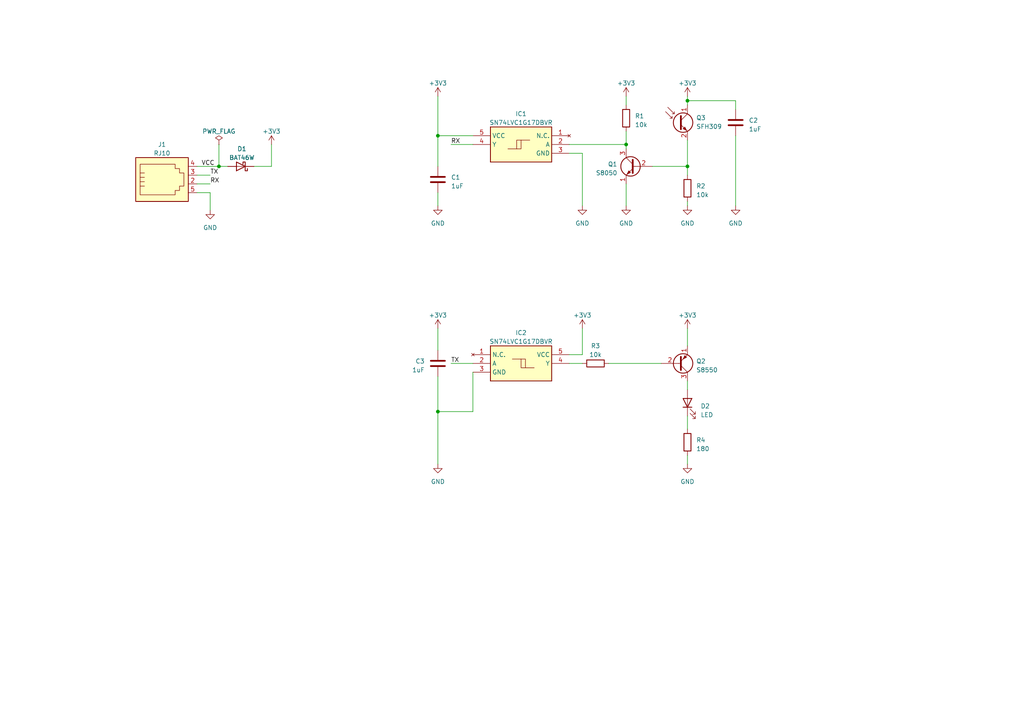
<source format=kicad_sch>
(kicad_sch (version 20230121) (generator eeschema)
  (paper "A4")
  (title_block (company "chof.org"))
  (lib_symbols
    (symbol "Chof747 Connectors:RJ12" (pin_names (offset 1.016))
      (property "Reference" "J" (at -5.08 8.89 0))
      (property "Value" "RJ12" (at 2.54 8.89 0))
      (symbol "RJ12_0_1"
        (polyline (pts (xy -6.35 -0.635) (xy -5.08 -0.635) (xy -5.08 -0.635)))
        (polyline (pts (xy -6.35 0.635) (xy -5.08 0.635) (xy -5.08 0.635)))
        (polyline (pts (xy -6.35 1.905) (xy -5.08 1.905) (xy -5.08 1.905)))
        (polyline (pts (xy -6.35 3.175) (xy -5.08 3.175) (xy -5.08 3.175)))
        (polyline (pts (xy -6.35 -3.175) (xy -6.35 5.715) (xy -1.27 5.715) (xy 3.81 5.715) (xy 3.81 4.445) (xy 5.08 4.445) (xy 5.08 3.175) (xy 6.35 3.175) (xy 6.35 -0.635) (xy 5.08 -0.635) (xy 5.08 -1.905) (xy 3.81 -1.905) (xy 3.81 -3.175) (xy -6.35 -3.175) (xy -6.35 -3.175)))
        (rectangle (start 7.62 7.62) (end -7.62 -5.08) (stroke (width 0.254)) (fill (type background)))
      )
      (symbol "RJ12_1_1"
        (pin passive line (at 10.16 0 180) (length 2.54) (name "~") (number "2"))
        (pin passive line (at 10.16 2.54 180) (length 2.54) (name "~") (number "3"))
        (pin passive line (at 10.16 5.08 180) (length 2.54) (name "~") (number "4"))
        (pin passive line (at 10.16 -2.54 180) (length 2.54) (name "~") (number "5"))
      )
    )
    (symbol "Chof747 ICs:SN74LVC1G17DBVR"
      (property "Reference" "IC" (at 5.08 7.62 0))
      (property "Value" "SN74LVC1G17DBVR" (at 5.08 5.08 0))
      (symbol "SN74LVC1G17DBVR_1_1"
        (polyline (pts (xy 13.97 -1.27) (xy 15.24 -1.27) (xy 15.24 -3.81)))
        (polyline (pts (xy 11.43 -1.27) (xy 13.97 -1.27) (xy 13.97 -3.81) (xy 17.78 -3.81)))
        (rectangle (start 5.08 2.54) (end 22.86 -7.62) (stroke (width 0.254)) (fill (type background)))
        (pin no_connect line (at 0 0 0) (length 5.08) (name "N.C.") (number "1"))
        (pin passive line (at 0 -2.54 0) (length 5.08) (name "A") (number "2"))
        (pin passive line (at 0 -5.08 0) (length 5.08) (name "GND") (number "3"))
        (pin passive line (at 27.94 -2.54 180) (length 5.08) (name "Y") (number "4"))
        (pin passive line (at 27.94 0 180) (length 5.08) (name "VCC") (number "5"))
      )
    )
    (symbol "Device:C" (pin_numbers hide) (pin_names (offset 0.254))
      (property "Reference" "C" (at 0.635 2.54 0))
      (property "Value" "C" (at 0.635 -2.54 0))
      (symbol "C_0_1"
        (polyline (pts (xy -2.032 -0.762) (xy 2.032 -0.762)) (stroke (width 0.508)))
        (polyline (pts (xy -2.032 0.762) (xy 2.032 0.762)) (stroke (width 0.508)))
      )
      (symbol "C_1_1"
        (pin passive line (at 0 3.81 270) (length 2.794) (name "~") (number "1"))
        (pin passive line (at 0 -3.81 90) (length 2.794) (name "~") (number "2"))
      )
    )
    (symbol "Device:D_Schottky" (pin_numbers hide) (pin_names (offset 1.016) hide)
      (property "Reference" "D" (at 0 2.54 0))
      (property "Value" "D_Schottky" (at 0 -2.54 0))
      (symbol "D_Schottky_0_1"
        (polyline (pts (xy 1.27 0) (xy -1.27 0)))
        (polyline (pts (xy 1.27 1.27) (xy 1.27 -1.27) (xy -1.27 0) (xy 1.27 1.27)) (stroke (width 0.254)))
        (polyline (pts (xy -1.905 0.635) (xy -1.905 1.27) (xy -1.27 1.27) (xy -1.27 -1.27) (xy -0.635 -1.27) (xy -0.635 -0.635)) (stroke (width 0.254)))
      )
      (symbol "D_Schottky_1_1"
        (pin passive line (at -3.81 0 0) (length 2.54) (name "K") (number "1"))
        (pin passive line (at 3.81 0 180) (length 2.54) (name "A") (number "2"))
      )
    )
    (symbol "Device:LED" (pin_numbers hide) (pin_names (offset 1.016) hide)
      (property "Reference" "D" (at 0 2.54 0))
      (property "Value" "LED" (at 0 -2.54 0))
      (symbol "LED_0_1"
        (polyline (pts (xy -1.27 -1.27) (xy -1.27 1.27)) (stroke (width 0.254)))
        (polyline (pts (xy -1.27 0) (xy 1.27 0)))
        (polyline (pts (xy 1.27 -1.27) (xy 1.27 1.27) (xy -1.27 0) (xy 1.27 -1.27)) (stroke (width 0.254)))
        (polyline (pts (xy -3.048 -0.762) (xy -4.572 -2.286) (xy -3.81 -2.286) (xy -4.572 -2.286) (xy -4.572 -1.524)))
        (polyline (pts (xy -1.778 -0.762) (xy -3.302 -2.286) (xy -2.54 -2.286) (xy -3.302 -2.286) (xy -3.302 -1.524)))
      )
      (symbol "LED_1_1"
        (pin passive line (at -3.81 0 0) (length 2.54) (name "K") (number "1"))
        (pin passive line (at 3.81 0 180) (length 2.54) (name "A") (number "2"))
      )
    )
    (symbol "Device:R" (pin_numbers hide) (pin_names (offset 0))
      (property "Reference" "R" (at 2.032 0 90))
      (property "Value" "R" (at 0 0 90))
      (symbol "R_0_1"
        (rectangle (start -1.016 -2.54) (end 1.016 2.54) (stroke (width 0.254)))
      )
      (symbol "R_1_1"
        (pin passive line (at 0 3.81 270) (length 1.27) (name "~") (number "1"))
        (pin passive line (at 0 -3.81 90) (length 1.27) (name "~") (number "2"))
      )
    )
    (symbol "Sensor_Optical:SFH309" (pin_names (offset 0) hide)
      (property "Reference" "Q" (at 5.08 1.27 0))
      (property "Value" "SFH309" (at 5.08 -1.27 0))
      (symbol "SFH309_0_1"
        (polyline (pts (xy -1.905 1.27) (xy -2.54 1.27)))
        (polyline (pts (xy -1.27 2.54) (xy -1.905 2.54)))
        (polyline (pts (xy 0.635 0.635) (xy 2.54 2.54)))
        (polyline (pts (xy -3.81 3.175) (xy -1.905 1.27) (xy -1.905 1.905)))
        (polyline (pts (xy -3.175 4.445) (xy -1.27 2.54) (xy -1.27 3.175)))
        (polyline (pts (xy 0.635 -0.635) (xy 2.54 -2.54) (xy 2.54 -2.54)))
        (polyline (pts (xy 0.635 1.905) (xy 0.635 -1.905) (xy 0.635 -1.905)) (stroke (width 0.508)))
        (polyline (pts (xy 1.27 -1.778) (xy 1.778 -1.27) (xy 2.286 -2.286) (xy 1.27 -1.778) (xy 1.27 -1.778)) (fill (type outline)))
        (circle (center 1.27 0) (radius 2.8194) (stroke (width 0.254)))
      )
      (symbol "SFH309_1_1"
        (pin passive line (at 2.54 5.08 270) (length 2.54) (name "C") (number "1"))
        (pin passive line (at 2.54 -5.08 90) (length 2.54) (name "E") (number "2"))
      )
    )
    (symbol "Transistor_BJT:S8050" (pin_names (offset 0) hide)
      (property "Reference" "Q" (at 5.08 1.905 0))
      (property "Value" "S8050" (at 5.08 0 0))
      (symbol "S8050_0_1"
        (polyline (pts (xy 0 0) (xy 0.635 0)))
        (polyline (pts (xy 0.635 0.635) (xy 2.54 2.54)))
        (polyline (pts (xy 0.635 -0.635) (xy 2.54 -2.54) (xy 2.54 -2.54)))
        (polyline (pts (xy 0.635 1.905) (xy 0.635 -1.905) (xy 0.635 -1.905)) (stroke (width 0.508)))
        (polyline (pts (xy 1.27 -1.778) (xy 1.778 -1.27) (xy 2.286 -2.286) (xy 1.27 -1.778) (xy 1.27 -1.778)) (fill (type outline)))
        (circle (center 1.27 0) (radius 2.8194) (stroke (width 0.254)))
      )
      (symbol "S8050_1_1"
        (pin passive line (at 2.54 -5.08 90) (length 2.54) (name "E") (number "1"))
        (pin input line (at -5.08 0 0) (length 5.08) (name "B") (number "2"))
        (pin passive line (at 2.54 5.08 270) (length 2.54) (name "C") (number "3"))
      )
    )
    (symbol "Transistor_BJT:S8550" (pin_names (offset 0) hide)
      (property "Reference" "Q" (at 5.08 1.905 0))
      (property "Value" "S8550" (at 5.08 0 0))
      (symbol "S8550_0_1"
        (polyline (pts (xy 0 0) (xy 0.635 0)))
        (polyline (pts (xy 2.54 -2.54) (xy 0.635 -0.635)))
        (polyline (pts (xy 2.54 2.54) (xy 0.635 0.635)))
        (polyline (pts (xy 0.635 1.905) (xy 0.635 -1.905) (xy 0.635 -1.905)) (stroke (width 0.508)) (fill (type outline)))
        (polyline (pts (xy 1.778 -2.286) (xy 2.286 -1.778) (xy 1.27 -1.27) (xy 1.778 -2.286) (xy 1.778 -2.286)) (fill (type outline)))
        (circle (center 1.27 0) (radius 2.8194) (stroke (width 0.254)))
      )
      (symbol "S8550_1_1"
        (pin passive line (at 2.54 -5.08 90) (length 2.54) (name "E") (number "1"))
        (pin input line (at -5.08 0 0) (length 5.08) (name "B") (number "2"))
        (pin passive line (at 2.54 5.08 270) (length 2.54) (name "C") (number "3"))
      )
    )
    (symbol "power:+3V3" (power) (pin_names (offset 0))
      (property "Value" "+3V3" (at 0 3.556 0))
      (symbol "+3V3_0_1"
        (polyline (pts (xy -0.762 1.27) (xy 0 2.54)))
        (polyline (pts (xy 0 0) (xy 0 2.54)))
        (polyline (pts (xy 0 2.54) (xy 0.762 1.27)))
      )
      (symbol "+3V3_1_1"
        (pin power_in line (at 0 0 90) (length 0) hide (name "+3V3") (number "1"))
      )
    )
    (symbol "power:GND" (power) (pin_names (offset 0))
      (property "Value" "GND" (at 0 -3.81 0))
      (symbol "GND_0_1"
        (polyline (pts (xy 0 0) (xy 0 -1.27) (xy 1.27 -1.27) (xy 0 -2.54) (xy -1.27 -1.27) (xy 0 -1.27)))
      )
      (symbol "GND_1_1"
        (pin power_in line (at 0 0 270) (length 0) hide (name "GND") (number "1"))
      )
    )
    (symbol "power:PWR_FLAG" (power) (pin_numbers hide) (pin_names (offset 0) hide)
      (property "Value" "PWR_FLAG" (at 0 3.81 0))
      (symbol "PWR_FLAG_0_0"
        (pin power_out line (at 0 0 90) (length 0) (name "pwr") (number "1"))
      )
      (symbol "PWR_FLAG_0_1"
        (polyline (pts (xy 0 0) (xy 0 1.27) (xy -1.016 1.905) (xy 0 2.54) (xy 1.016 1.905) (xy 0 1.27)))
      )
    )
  )
  (junction (at 127 39.37))
  (junction (at 199.39 48.26))
  (junction (at 181.61 41.91))
  (junction (at 199.39 29.21))
  (junction (at 127 119.38))
  (junction (at 63.5 48.26))
  (wire (pts (xy 199.39 29.21) (xy 199.39 30.48)))
  (wire (pts (xy 176.53 105.41) (xy 191.77 105.41)))
  (wire (pts (xy 137.16 119.38) (xy 127 119.38)))
  (wire (pts (xy 165.1 41.91) (xy 181.61 41.91)))
  (wire (pts (xy 168.91 95.25) (xy 168.91 102.87)))
  (wire (pts (xy 130.81 105.41) (xy 137.16 105.41)))
  (wire (pts (xy 127 27.94) (xy 127 39.37)))
  (wire (pts (xy 181.61 53.34) (xy 181.61 59.69)))
  (wire (pts (xy 181.61 38.1) (xy 181.61 41.91)))
  (wire (pts (xy 181.61 27.94) (xy 181.61 30.48)))
  (wire (pts (xy 127 39.37) (xy 137.16 39.37)))
  (wire (pts (xy 168.91 102.87) (xy 165.1 102.87)))
  (wire (pts (xy 199.39 110.49) (xy 199.39 113.03)))
  (wire (pts (xy 57.15 48.26) (xy 63.5 48.26)))
  (wire (pts (xy 199.39 132.08) (xy 199.39 134.62)))
  (wire (pts (xy 127 55.88) (xy 127 59.69)))
  (wire (pts (xy 127 39.37) (xy 127 48.26)))
  (wire (pts (xy 181.61 41.91) (xy 181.61 43.18)))
  (wire (pts (xy 199.39 95.25) (xy 199.39 100.33)))
  (wire (pts (xy 189.23 48.26) (xy 199.39 48.26)))
  (wire (pts (xy 63.5 41.91) (xy 63.5 48.26)))
  (wire (pts (xy 127 95.25) (xy 127 101.6)))
  (wire (pts (xy 213.36 29.21) (xy 213.36 31.75)))
  (wire (pts (xy 57.15 50.8) (xy 60.96 50.8)))
  (wire (pts (xy 127 109.22) (xy 127 119.38)))
  (wire (pts (xy 78.74 48.26) (xy 78.74 41.91)))
  (wire (pts (xy 199.39 27.94) (xy 199.39 29.21)))
  (wire (pts (xy 165.1 44.45) (xy 168.91 44.45)))
  (wire (pts (xy 60.96 55.88) (xy 60.96 60.96)))
  (wire (pts (xy 199.39 40.64) (xy 199.39 48.26)))
  (wire (pts (xy 73.66 48.26) (xy 78.74 48.26)))
  (wire (pts (xy 213.36 39.37) (xy 213.36 59.69)))
  (wire (pts (xy 199.39 58.42) (xy 199.39 59.69)))
  (wire (pts (xy 137.16 107.95) (xy 137.16 119.38)))
  (wire (pts (xy 130.81 41.91) (xy 137.16 41.91)))
  (wire (pts (xy 165.1 105.41) (xy 168.91 105.41)))
  (wire (pts (xy 199.39 29.21) (xy 213.36 29.21)))
  (wire (pts (xy 57.15 55.88) (xy 60.96 55.88)))
  (wire (pts (xy 199.39 48.26) (xy 199.39 50.8)))
  (wire (pts (xy 199.39 120.65) (xy 199.39 124.46)))
  (wire (pts (xy 63.5 48.26) (xy 66.04 48.26)))
  (wire (pts (xy 127 134.62) (xy 127 119.38)))
  (wire (pts (xy 57.15 53.34) (xy 60.96 53.34)))
  (wire (pts (xy 168.91 44.45) (xy 168.91 59.69)))
  (label "TX" (at 60.96 50.8 0))
  (label "VCC" (at 58.42 48.26 0))
  (label "RX" (at 130.81 41.91 0))
  (label "TX" (at 130.81 105.41 0))
  (label "RX" (at 60.96 53.34 0))
  (symbol (lib_id "Device:R") (at 172.72 105.41 90) (unit 1)
    (property "Reference" "R3" (at 172.72 100.33 90))
    (property "Value" "10k" (at 172.72 102.87 90))
    (property "Footprint" "Resistor_SMD:R_0603_1608Metric_Pad0.98x0.95mm_HandSolder" (effects hide))
  )
  (symbol (lib_id "Chof747 ICs:SN74LVC1G17DBVR") (at 137.16 102.87 0) (unit 1)
    (property "Reference" "IC2" (at 151.13 96.52 0))
    (property "Value" "SN74LVC1G17DBVR" (at 151.13 99.06 0))
    (property "Footprint" "Chof747 Footprints:SOT95P270X145-5N" (effects hide))
    (property "Datasheet" "http://www.ti.com/lit/gpn/sn74lvc1g17" (effects hide))
    (property "Height" "1.45" (effects hide))
    (property "Manufacturer_Name" "Texas Instruments" (effects hide))
    (property "Manufacturer_Part_Number" "SN74LVC1G17DBVR" (effects hide))
    (property "Mouser Part Number" "595-SN74LVC1G17DBVR" (effects hide))
    (property "Mouser Price/Stock" "https://www.mouser.co.uk/ProductDetail/Texas-Instruments/SN74LVC1G17DBVR?qs=fvkeCqCHl3BQIcdbAa1fbQ%3D%3D" (effects hide))
    (property "Arrow Part Number" "SN74LVC1G17DBVR" (effects hide))
    (property "Arrow Price/Stock" "https://www.arrow.com/en/products/sn74lvc1g17dbvr/texas-instruments?region=nac" (effects hide))
  )
  (symbol (lib_id "power:GND") (at 199.39 134.62 0) (unit 1)
    (property "Reference" "#PWR015" (effects hide))
    (property "Value" "GND" (at 199.39 139.7 0))
  )
  (symbol (lib_id "power:GND") (at 60.96 60.96 0) (unit 1)
    (property "Reference" "#PWR01" (effects hide))
    (property "Value" "GND" (at 60.96 66.04 0))
  )
  (symbol (lib_id "power:+3V3") (at 199.39 27.94 0) (unit 1)
    (property "Reference" "#PWR07" (effects hide))
    (property "Value" "+3V3" (at 199.39 24.13 0))
  )
  (symbol (lib_id "power:+3V3") (at 127 27.94 0) (unit 1)
    (property "Reference" "#PWR03" (effects hide))
    (property "Value" "+3V3" (at 127 24.13 0))
  )
  (symbol (lib_id "power:+3V3") (at 78.74 41.91 0) (unit 1)
    (property "Reference" "#PWR02" (effects hide))
    (property "Value" "+3V3" (at 78.74 38.1 0))
  )
  (symbol (lib_id "Device:C") (at 213.36 35.56 0) (unit 1)
    (property "Reference" "C2" (at 217.17 34.925 0) (effects (justify left)))
    (property "Value" "1uF" (at 217.17 37.465 0) (effects (justify left)))
    (property "Footprint" "Capacitor_SMD:C_0603_1608Metric_Pad1.08x0.95mm_HandSolder" (effects hide))
  )
  (symbol (lib_id "power:GND") (at 181.61 59.69 0) (unit 1)
    (property "Reference" "#PWR06" (effects hide))
    (property "Value" "GND" (at 181.61 64.77 0))
  )
  (symbol (lib_id "Transistor_BJT:S8050") (at 184.15 48.26 0) (mirror y) (unit 1)
    (property "Reference" "Q1" (at 179.07 47.625 0) (effects (justify left)))
    (property "Value" "S8050" (at 179.07 50.165 0) (effects (justify left)))
    (property "Footprint" "Package_TO_SOT_SMD:SOT-23" (effects hide))
    (property "Datasheet" "http://www.unisonic.com.tw/datasheet/S8050.pdf" (effects hide))
  )
  (symbol (lib_id "power:GND") (at 168.91 59.69 0) (unit 1)
    (property "Reference" "#PWR04" (effects hide))
    (property "Value" "GND" (at 168.91 64.77 0))
  )
  (symbol (lib_id "Device:R") (at 199.39 54.61 0) (unit 1)
    (property "Reference" "R2" (at 201.93 53.975 0) (effects (justify left)))
    (property "Value" "10k" (at 201.93 56.515 0) (effects (justify left)))
    (property "Footprint" "Resistor_SMD:R_0603_1608Metric_Pad0.98x0.95mm_HandSolder" (effects hide))
  )
  (symbol (lib_id "Chof747 ICs:SN74LVC1G17DBVR") (at 165.1 39.37 0) (mirror y) (unit 1)
    (property "Reference" "IC1" (at 151.13 33.02 0))
    (property "Value" "SN74LVC1G17DBVR" (at 151.13 35.56 0))
    (property "Footprint" "Chof747 Footprints:SOT95P270X145-5N" (effects hide))
    (property "Datasheet" "http://www.ti.com/lit/gpn/sn74lvc1g17" (effects hide))
    (property "Height" "1.45" (effects hide))
    (property "Manufacturer_Name" "Texas Instruments" (effects hide))
    (property "Manufacturer_Part_Number" "SN74LVC1G17DBVR" (effects hide))
    (property "Mouser Part Number" "595-SN74LVC1G17DBVR" (effects hide))
    (property "Mouser Price/Stock" "https://www.mouser.co.uk/ProductDetail/Texas-Instruments/SN74LVC1G17DBVR?qs=fvkeCqCHl3BQIcdbAa1fbQ%3D%3D" (effects hide))
    (property "Arrow Part Number" "SN74LVC1G17DBVR" (effects hide))
    (property "Arrow Price/Stock" "https://www.arrow.com/en/products/sn74lvc1g17dbvr/texas-instruments?region=nac" (effects hide))
  )
  (symbol (lib_id "Transistor_BJT:S8550") (at 196.85 105.41 0) (mirror x) (unit 1)
    (property "Reference" "Q2" (at 201.93 104.775 0) (effects (justify left)))
    (property "Value" "S8550" (at 201.93 107.315 0) (effects (justify left)))
    (property "Footprint" "Package_TO_SOT_SMD:SOT-23" (effects hide))
    (property "Datasheet" "http://www.unisonic.com.tw/datasheet/S8550.pdf" (effects hide))
  )
  (symbol (lib_id "power:PWR_FLAG") (at 63.5 41.91 0) (unit 1)
    (property "Reference" "#FLG01" (effects hide))
    (property "Value" "PWR_FLAG" (at 63.5 38.1 0))
  )
  (symbol (lib_id "Device:R") (at 199.39 128.27 180) (unit 1)
    (property "Reference" "R4" (at 201.93 127.635 0) (effects (justify right)))
    (property "Value" "180" (at 201.93 130.175 0) (effects (justify right)))
    (property "Footprint" "Resistor_SMD:R_0603_1608Metric_Pad0.98x0.95mm_HandSolder" (effects hide))
  )
  (symbol (lib_id "power:+3V3") (at 181.61 27.94 0) (unit 1)
    (property "Reference" "#PWR05" (effects hide))
    (property "Value" "+3V3" (at 181.61 24.13 0))
  )
  (symbol (lib_id "Device:R") (at 181.61 34.29 0) (unit 1)
    (property "Reference" "R1" (at 184.15 33.655 0) (effects (justify left)))
    (property "Value" "10k" (at 184.15 36.195 0) (effects (justify left)))
    (property "Footprint" "Resistor_SMD:R_0603_1608Metric_Pad0.98x0.95mm_HandSolder" (effects hide))
  )
  (symbol (lib_id "Device:D_Schottky") (at 69.85 48.26 180) (unit 1)
    (property "Reference" "D1" (at 70.1675 43.18 0))
    (property "Value" "BAT46W" (at 70.1675 45.72 0))
    (property "Footprint" "Diode_SMD:D_SOD-123" (effects hide))
  )
  (symbol (lib_id "Sensor_Optical:SFH309") (at 196.85 35.56 0) (unit 1)
    (property "Reference" "Q3" (at 201.93 34.1757 0) (effects (justify left)))
    (property "Value" "SFH309" (at 201.93 36.7157 0) (effects (justify left)))
    (property "Footprint" "LED_THT:LED_D3.0mm_Clear" (effects hide))
    (property "Datasheet" "http://www.osram-os.com/Graphics/XPic2/00101811_0.pdf/SFH%20309,%20SFH%20309%20FA,%20Lead%20(Pb)%20Free%20Product%20-%20RoHS%20Compliant.pdf" (effects hide))
  )
  (symbol (lib_id "power:GND") (at 127 59.69 0) (unit 1)
    (property "Reference" "#PWR010" (effects hide))
    (property "Value" "GND" (at 127 64.77 0))
  )
  (symbol (lib_id "power:GND") (at 127 134.62 0) (unit 1)
    (property "Reference" "#PWR011" (effects hide))
    (property "Value" "GND" (at 127 139.7 0))
  )
  (symbol (lib_id "power:GND") (at 213.36 59.69 0) (unit 1)
    (property "Reference" "#PWR09" (effects hide))
    (property "Value" "GND" (at 213.36 64.77 0))
  )
  (symbol (lib_id "power:+3V3") (at 168.91 95.25 0) (unit 1)
    (property "Reference" "#PWR012" (effects hide))
    (property "Value" "+3V3" (at 168.91 91.44 0))
  )
  (symbol (lib_id "Device:C") (at 127 52.07 0) (unit 1)
    (property "Reference" "C1" (at 130.81 51.435 0) (effects (justify left)))
    (property "Value" "1uF" (at 130.81 53.975 0) (effects (justify left)))
    (property "Footprint" "Capacitor_SMD:C_0603_1608Metric_Pad1.08x0.95mm_HandSolder" (effects hide))
  )
  (symbol (lib_id "power:GND") (at 199.39 59.69 0) (unit 1)
    (property "Reference" "#PWR08" (effects hide))
    (property "Value" "GND" (at 199.39 64.77 0))
  )
  (symbol (lib_id "Chof747 Connectors:RJ12") (at 46.99 53.34 0) (unit 1)
    (property "Reference" "J1" (at 46.99 41.91 0))
    (property "Value" "RJ10" (at 46.99 44.45 0))
    (property "Footprint" "Connector_RJ:RJ12_Amphenol_54601" (effects hide))
  )
  (symbol (lib_id "power:+3V3") (at 127 95.25 0) (unit 1)
    (property "Reference" "#PWR013" (effects hide))
    (property "Value" "+3V3" (at 127 91.44 0))
  )
  (symbol (lib_id "Device:LED") (at 199.39 116.84 90) (unit 1)
    (property "Reference" "D2" (at 203.2 117.7925 90) (effects (justify right)))
    (property "Value" "LED" (at 203.2 120.3325 90) (effects (justify right)))
    (property "Footprint" "LED_THT:LED_D3.0mm_Clear" (effects hide))
  )
  (symbol (lib_id "Device:C") (at 127 105.41 0) (mirror y) (unit 1)
    (property "Reference" "C3" (at 123.19 104.775 0) (effects (justify left)))
    (property "Value" "1uF" (at 123.19 107.315 0) (effects (justify left)))
    (property "Footprint" "Capacitor_SMD:C_0603_1608Metric_Pad1.08x0.95mm_HandSolder" (effects hide))
  )
  (symbol (lib_id "power:+3V3") (at 199.39 95.25 0) (unit 1)
    (property "Reference" "#PWR014" (effects hide))
    (property "Value" "+3V3" (at 199.39 91.44 0))
  )
)
</source>
